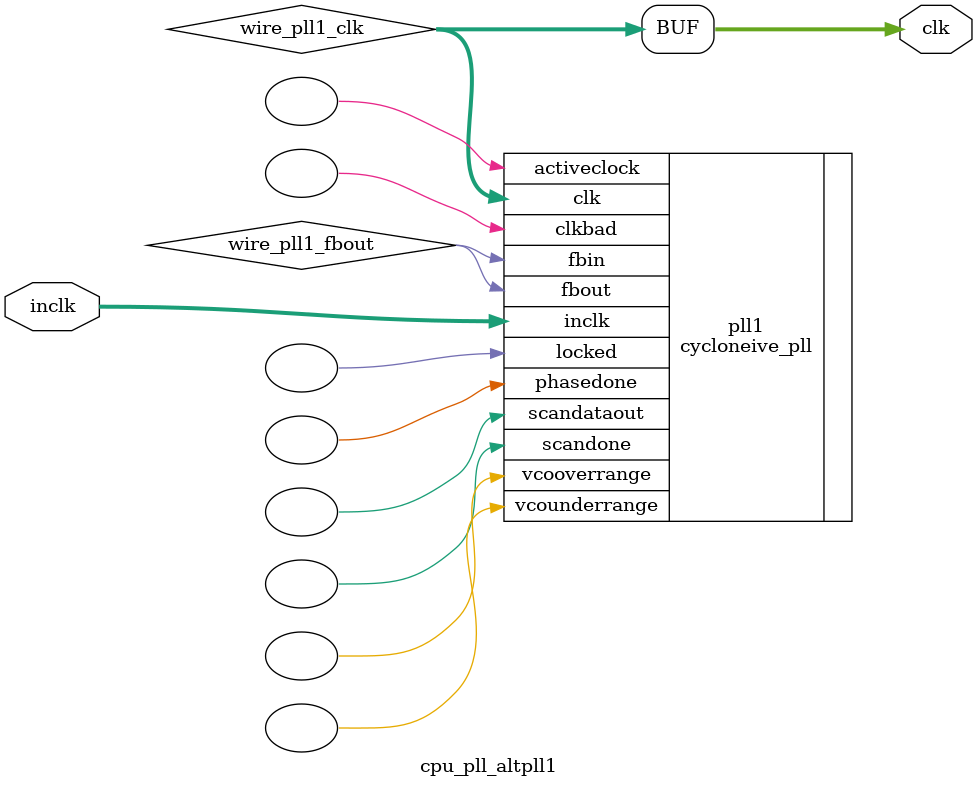
<source format=v>






//synthesis_resources = cycloneive_pll 1 
//synopsys translate_off
`timescale 1 ps / 1 ps
//synopsys translate_on
module  cpu_pll_altpll1
	( 
	clk,
	inclk) /* synthesis synthesis_clearbox=1 */;
	output   [4:0]  clk;
	input   [1:0]  inclk;
`ifndef ALTERA_RESERVED_QIS
// synopsys translate_off
`endif
	tri0   [1:0]  inclk;
`ifndef ALTERA_RESERVED_QIS
// synopsys translate_on
`endif

	wire  [4:0]   wire_pll1_clk;
	wire  wire_pll1_fbout;

	cycloneive_pll   pll1
	( 
	.activeclock(),
	.clk(wire_pll1_clk),
	.clkbad(),
	.fbin(wire_pll1_fbout),
	.fbout(wire_pll1_fbout),
	.inclk(inclk),
	.locked(),
	.phasedone(),
	.scandataout(),
	.scandone(),
	.vcooverrange(),
	.vcounderrange()
	`ifndef FORMAL_VERIFICATION
	// synopsys translate_off
	`endif
	,
	.areset(1'b0),
	.clkswitch(1'b0),
	.configupdate(1'b0),
	.pfdena(1'b1),
	.phasecounterselect({3{1'b0}}),
	.phasestep(1'b0),
	.phaseupdown(1'b0),
	.scanclk(1'b0),
	.scanclkena(1'b1),
	.scandata(1'b0)
	`ifndef FORMAL_VERIFICATION
	// synopsys translate_on
	`endif
	);
	defparam
		pll1.bandwidth_type = "auto",
		pll1.clk0_divide_by = 25,
		pll1.clk0_duty_cycle = 50,
		pll1.clk0_multiply_by = 1,
		pll1.clk0_phase_shift = "0",
		pll1.compensate_clock = "clk0",
		pll1.inclk0_input_frequency = 40000,
		pll1.operation_mode = "normal",
		pll1.pll_type = "auto",
		pll1.lpm_type = "cycloneive_pll";
	assign
		clk = {wire_pll1_clk[4:0]};
endmodule //cpu_pll_altpll1
//VALID FILE

</source>
